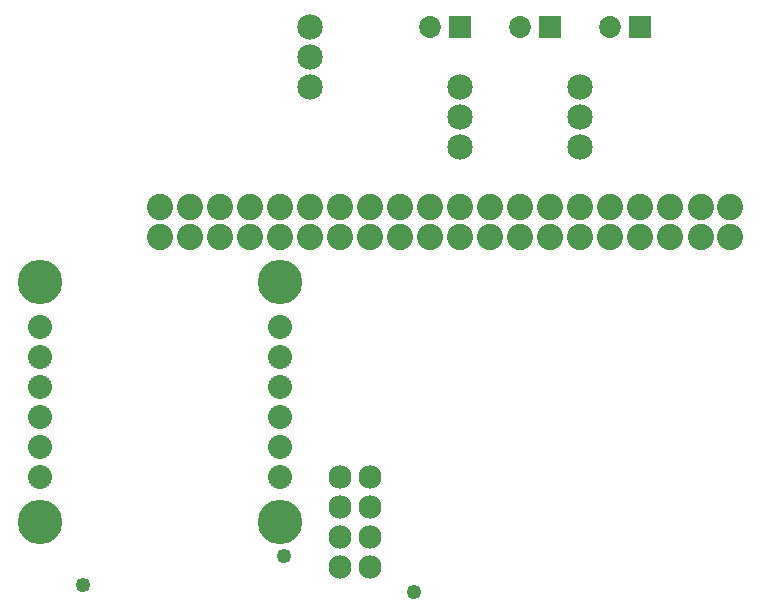
<source format=gbs>
G04 MADE WITH FRITZING*
G04 WWW.FRITZING.ORG*
G04 DOUBLE SIDED*
G04 HOLES PLATED*
G04 CONTOUR ON CENTER OF CONTOUR VECTOR*
%ASAXBY*%
%FSLAX23Y23*%
%MOIN*%
%OFA0B0*%
%SFA1.0B1.0*%
%ADD10C,0.087444*%
%ADD11C,0.148425*%
%ADD12C,0.080000*%
%ADD13C,0.085000*%
%ADD14C,0.072992*%
%ADD15C,0.077278*%
%ADD16C,0.049370*%
%ADD17R,0.072992X0.072992*%
%LNMASK0*%
G90*
G70*
G54D10*
X536Y1255D03*
X636Y1255D03*
X736Y1255D03*
X836Y1255D03*
X936Y1255D03*
X1036Y1255D03*
X1136Y1255D03*
X1236Y1255D03*
X1336Y1253D03*
X1436Y1255D03*
X1536Y1255D03*
X1636Y1255D03*
X1736Y1255D03*
X1836Y1255D03*
X1936Y1255D03*
X2036Y1255D03*
X2136Y1255D03*
X2236Y1255D03*
X2337Y1255D03*
X2436Y1255D03*
X2436Y1355D03*
X2337Y1355D03*
X2236Y1355D03*
X2136Y1355D03*
X2036Y1355D03*
X1936Y1355D03*
X1836Y1355D03*
X1736Y1355D03*
X1636Y1355D03*
X1536Y1355D03*
X1436Y1355D03*
X1336Y1355D03*
X1236Y1355D03*
X1136Y1355D03*
X1036Y1355D03*
X936Y1355D03*
X836Y1355D03*
X736Y1355D03*
X636Y1355D03*
X536Y1355D03*
G54D11*
X936Y305D03*
X136Y305D03*
G54D12*
X936Y455D03*
X936Y555D03*
X936Y655D03*
X936Y755D03*
X936Y855D03*
X936Y955D03*
X136Y455D03*
X136Y555D03*
X136Y655D03*
G54D11*
X936Y1105D03*
G54D12*
X136Y755D03*
G54D11*
X136Y1105D03*
G54D12*
X136Y855D03*
X136Y955D03*
G54D13*
X1536Y1755D03*
X1936Y1755D03*
G54D14*
X1835Y1955D03*
X1736Y1955D03*
G54D13*
X1536Y1655D03*
X1936Y1655D03*
G54D14*
X2135Y1955D03*
X2036Y1955D03*
G54D13*
X1536Y1555D03*
X1936Y1555D03*
G54D14*
X1535Y1955D03*
X1436Y1955D03*
G54D15*
X1136Y155D03*
X1136Y255D03*
X1136Y355D03*
X1136Y455D03*
X1236Y155D03*
X1236Y255D03*
X1236Y355D03*
X1236Y455D03*
G54D13*
X1036Y1755D03*
X1036Y1855D03*
X1036Y1955D03*
G54D16*
X1381Y71D03*
X949Y191D03*
X277Y95D03*
G54D17*
X1835Y1955D03*
X2135Y1955D03*
X1535Y1955D03*
G04 End of Mask0*
M02*
</source>
